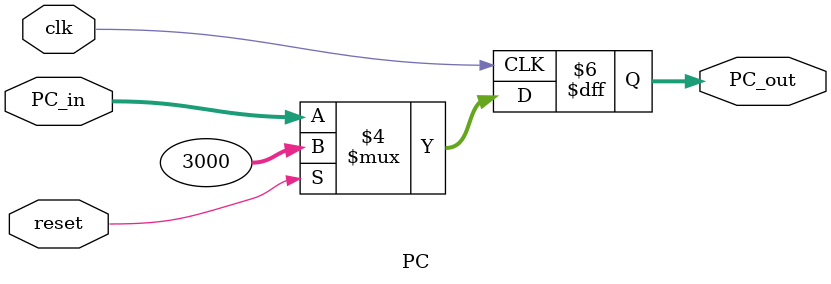
<source format=v>
`timescale 1ns / 1ps
module PC(
    input [31:0] PC_in,
	 input clk,
	 input reset,
    output reg [31:0] PC_out
    );
	
	always @(posedge clk ) begin
        if (reset == 1) begin
            PC_out <= 3000;
        end 
        else begin
            PC_out <= PC_in;
        end
        
    end
	

endmodule

</source>
